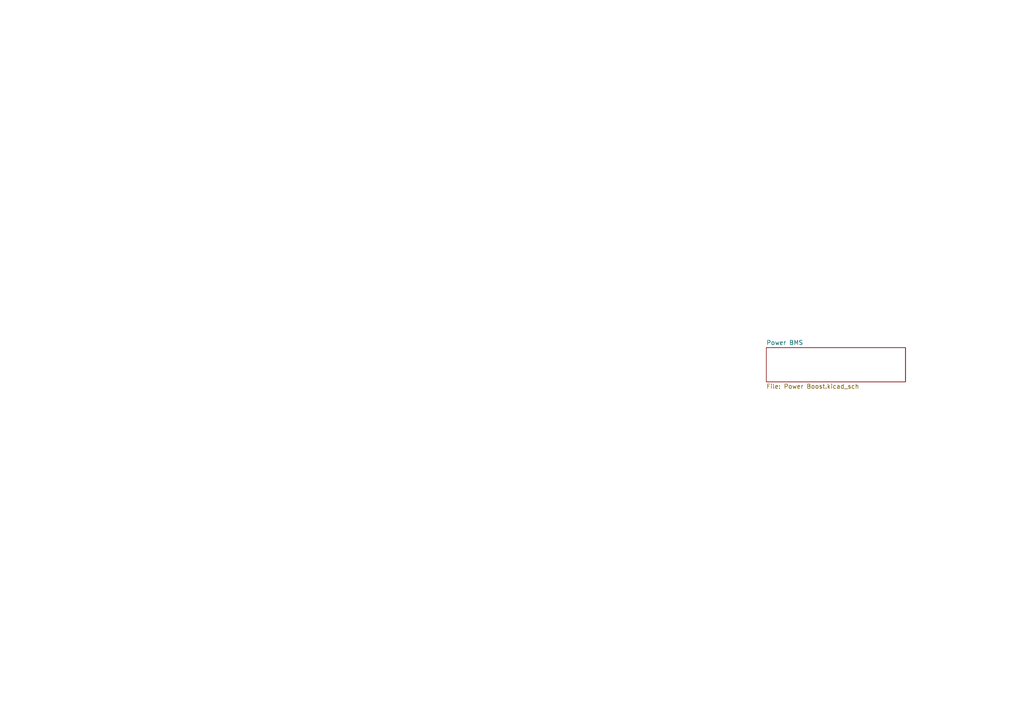
<source format=kicad_sch>
(kicad_sch
	(version 20250114)
	(generator "eeschema")
	(generator_version "9.0")
	(uuid "e63e39d7-6ac0-4ffd-8aa3-1841a4541b55")
	(paper "A4")
	(title_block
		(title "OpenActionCam")
		(date "2025-04-10")
		(rev "0.2")
		(company "KBader94")
		(comment 1 "https://github.com/kbader94/OpenActionCam")
	)
	(lib_symbols)
	(sheet
		(at 222.25 100.838)
		(size 40.386 9.906)
		(exclude_from_sim no)
		(in_bom yes)
		(on_board yes)
		(dnp no)
		(fields_autoplaced yes)
		(stroke
			(width 0.1524)
			(type solid)
		)
		(fill
			(color 0 0 0 0.0000)
		)
		(uuid "800e290e-8cfb-4946-9373-3e863e65a993")
		(property "Sheetname" "Power BMS"
			(at 222.25 100.1264 0)
			(effects
				(font
					(size 1.27 1.27)
				)
				(justify left bottom)
			)
		)
		(property "Sheetfile" "Power Boost.kicad_sch"
			(at 222.25 111.3286 0)
			(effects
				(font
					(size 1.27 1.27)
				)
				(justify left top)
			)
		)
		(instances
			(project "BMS"
				(path "/e63e39d7-6ac0-4ffd-8aa3-1841a4541b55"
					(page "7")
				)
			)
		)
	)
	(sheet_instances
		(path "/"
			(page "1")
		)
	)
	(embedded_fonts no)
)

</source>
